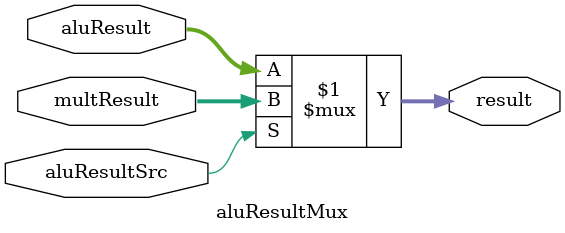
<source format=sv>
`timescale 1ns / 1ps


module aluResultMux(
input logic [31:0] aluResult,
input logic [31:0] multResult,
input logic aluResultSrc,
output logic [31:0] result
    );

assign result = (aluResultSrc)? multResult:aluResult;

endmodule

</source>
